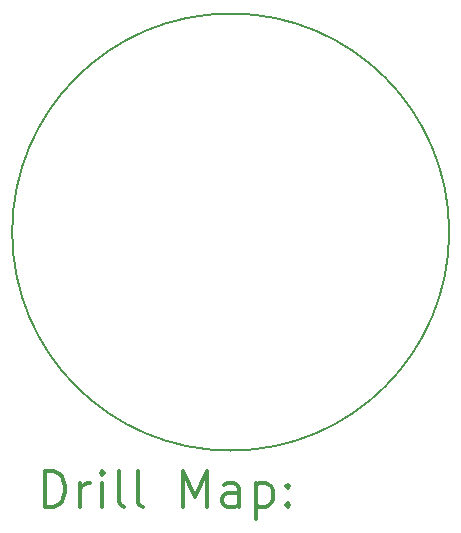
<source format=gbr>
%FSLAX45Y45*%
G04 Gerber Fmt 4.5, Leading zero omitted, Abs format (unit mm)*
G04 Created by KiCad (PCBNEW 5.1.6-c6e7f7d~87~ubuntu20.04.1) date 2020-08-14 09:14:11*
%MOMM*%
%LPD*%
G01*
G04 APERTURE LIST*
%TA.AperFunction,Profile*%
%ADD10C,0.200000*%
%TD*%
%ADD11C,0.200000*%
%ADD12C,0.300000*%
G04 APERTURE END LIST*
D10*
X11300000Y-5250000D02*
G75*
G03*
X11300000Y-5250000I-1850000J0D01*
G01*
D11*
D12*
X7876428Y-7575714D02*
X7876428Y-7275714D01*
X7947857Y-7275714D01*
X7990714Y-7290000D01*
X8019286Y-7318571D01*
X8033571Y-7347143D01*
X8047857Y-7404286D01*
X8047857Y-7447143D01*
X8033571Y-7504286D01*
X8019286Y-7532857D01*
X7990714Y-7561429D01*
X7947857Y-7575714D01*
X7876428Y-7575714D01*
X8176428Y-7575714D02*
X8176428Y-7375714D01*
X8176428Y-7432857D02*
X8190714Y-7404286D01*
X8205000Y-7390000D01*
X8233571Y-7375714D01*
X8262143Y-7375714D01*
X8362143Y-7575714D02*
X8362143Y-7375714D01*
X8362143Y-7275714D02*
X8347857Y-7290000D01*
X8362143Y-7304286D01*
X8376428Y-7290000D01*
X8362143Y-7275714D01*
X8362143Y-7304286D01*
X8547857Y-7575714D02*
X8519286Y-7561429D01*
X8505000Y-7532857D01*
X8505000Y-7275714D01*
X8705000Y-7575714D02*
X8676428Y-7561429D01*
X8662143Y-7532857D01*
X8662143Y-7275714D01*
X9047857Y-7575714D02*
X9047857Y-7275714D01*
X9147857Y-7490000D01*
X9247857Y-7275714D01*
X9247857Y-7575714D01*
X9519286Y-7575714D02*
X9519286Y-7418571D01*
X9505000Y-7390000D01*
X9476428Y-7375714D01*
X9419286Y-7375714D01*
X9390714Y-7390000D01*
X9519286Y-7561429D02*
X9490714Y-7575714D01*
X9419286Y-7575714D01*
X9390714Y-7561429D01*
X9376428Y-7532857D01*
X9376428Y-7504286D01*
X9390714Y-7475714D01*
X9419286Y-7461429D01*
X9490714Y-7461429D01*
X9519286Y-7447143D01*
X9662143Y-7375714D02*
X9662143Y-7675714D01*
X9662143Y-7390000D02*
X9690714Y-7375714D01*
X9747857Y-7375714D01*
X9776428Y-7390000D01*
X9790714Y-7404286D01*
X9805000Y-7432857D01*
X9805000Y-7518571D01*
X9790714Y-7547143D01*
X9776428Y-7561429D01*
X9747857Y-7575714D01*
X9690714Y-7575714D01*
X9662143Y-7561429D01*
X9933571Y-7547143D02*
X9947857Y-7561429D01*
X9933571Y-7575714D01*
X9919286Y-7561429D01*
X9933571Y-7547143D01*
X9933571Y-7575714D01*
X9933571Y-7390000D02*
X9947857Y-7404286D01*
X9933571Y-7418571D01*
X9919286Y-7404286D01*
X9933571Y-7390000D01*
X9933571Y-7418571D01*
M02*

</source>
